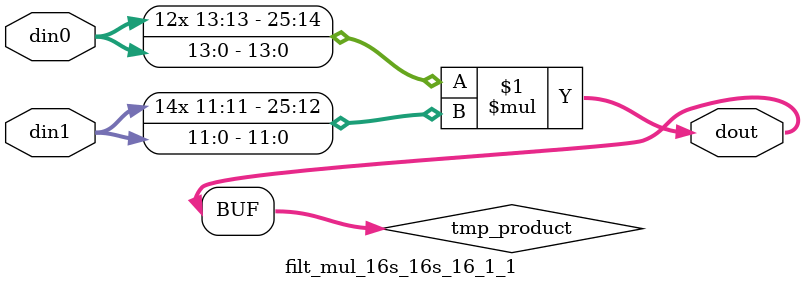
<source format=v>

`timescale 1 ns / 1 ps

  module filt_mul_16s_16s_16_1_1(din0, din1, dout);
parameter ID = 1;
parameter NUM_STAGE = 0;
parameter din0_WIDTH = 14;
parameter din1_WIDTH = 12;
parameter dout_WIDTH = 26;

input [din0_WIDTH - 1 : 0] din0; 
input [din1_WIDTH - 1 : 0] din1; 
output [dout_WIDTH - 1 : 0] dout;

wire signed [dout_WIDTH - 1 : 0] tmp_product;













assign tmp_product = $signed(din0) * $signed(din1);








assign dout = tmp_product;







endmodule

</source>
